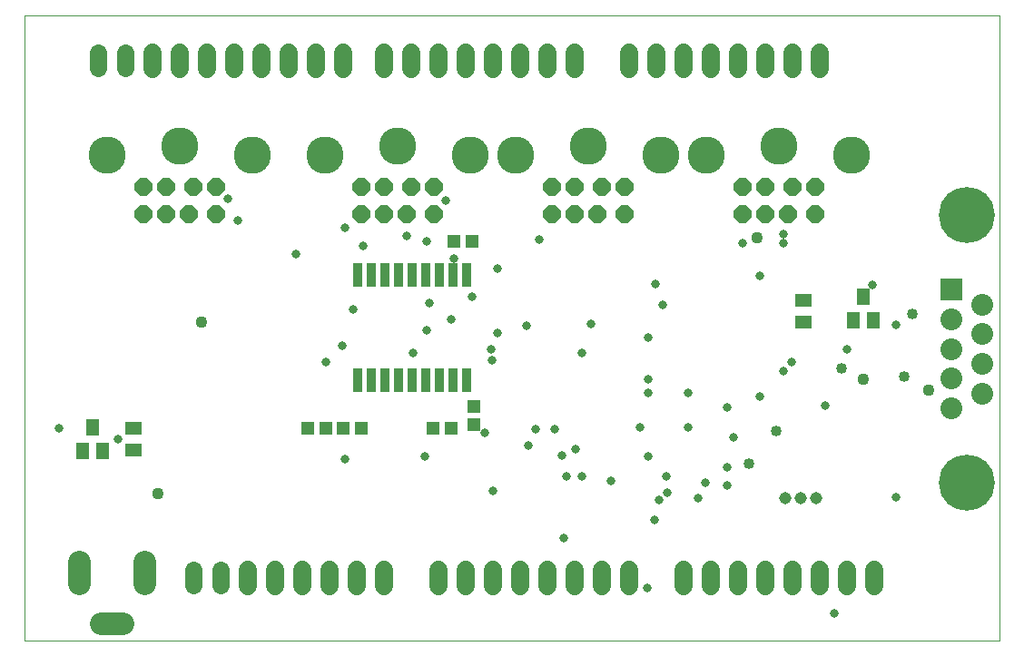
<source format=gbs>
G75*
%MOIN*%
%OFA0B0*%
%FSLAX25Y25*%
%IPPOS*%
%LPD*%
%AMOC8*
5,1,8,0,0,1.08239X$1,22.5*
%
%ADD10C,0.00000*%
%ADD11C,0.08474*%
%ADD12C,0.06506*%
%ADD13C,0.06200*%
%ADD14C,0.04500*%
%ADD15R,0.08000X0.08000*%
%ADD16C,0.08000*%
%ADD17C,0.20600*%
%ADD18R,0.04931X0.04537*%
%ADD19R,0.04537X0.04931*%
%ADD20R,0.03200X0.08600*%
%ADD21R,0.06112X0.04931*%
%ADD22R,0.04537X0.06112*%
%ADD23OC8,0.06506*%
%ADD24C,0.13694*%
%ADD25C,0.03300*%
%ADD26C,0.04362*%
%ADD27C,0.04000*%
D10*
X0062595Y0011650D02*
X0062595Y0241150D01*
X0420595Y0241150D01*
X0420595Y0011650D01*
X0062595Y0011650D01*
D11*
X0090658Y0017752D02*
X0098532Y0017752D01*
X0106800Y0032713D02*
X0106800Y0040587D01*
X0082784Y0040587D02*
X0082784Y0032713D01*
D12*
X0144595Y0031697D02*
X0144595Y0037603D01*
X0154595Y0037603D02*
X0154595Y0031697D01*
X0164595Y0031697D02*
X0164595Y0037603D01*
X0174595Y0037603D02*
X0174595Y0031697D01*
X0184595Y0031697D02*
X0184595Y0037603D01*
X0194595Y0037603D02*
X0194595Y0031697D01*
X0214595Y0031697D02*
X0214595Y0037603D01*
X0224595Y0037603D02*
X0224595Y0031697D01*
X0234595Y0031697D02*
X0234595Y0037603D01*
X0244595Y0037603D02*
X0244595Y0031697D01*
X0254595Y0031697D02*
X0254595Y0037603D01*
X0264595Y0037603D02*
X0264595Y0031697D01*
X0274595Y0031697D02*
X0274595Y0037603D01*
X0284595Y0037603D02*
X0284595Y0031697D01*
X0304595Y0031697D02*
X0304595Y0037603D01*
X0314595Y0037603D02*
X0314595Y0031697D01*
X0324595Y0031697D02*
X0324595Y0037603D01*
X0334595Y0037603D02*
X0334595Y0031697D01*
X0344595Y0031697D02*
X0344595Y0037603D01*
X0354595Y0037603D02*
X0354595Y0031697D01*
X0364595Y0031697D02*
X0364595Y0037603D01*
X0374595Y0037603D02*
X0374595Y0031697D01*
X0354595Y0221697D02*
X0354595Y0227603D01*
X0344595Y0227603D02*
X0344595Y0221697D01*
X0334595Y0221697D02*
X0334595Y0227603D01*
X0324595Y0227603D02*
X0324595Y0221697D01*
X0314595Y0221697D02*
X0314595Y0227603D01*
X0304595Y0227603D02*
X0304595Y0221697D01*
X0294595Y0221697D02*
X0294595Y0227603D01*
X0284595Y0227603D02*
X0284595Y0221697D01*
X0264595Y0221697D02*
X0264595Y0227603D01*
X0254595Y0227603D02*
X0254595Y0221697D01*
X0244595Y0221697D02*
X0244595Y0227603D01*
X0234595Y0227603D02*
X0234595Y0221697D01*
X0224595Y0221697D02*
X0224595Y0227603D01*
X0214595Y0227603D02*
X0214595Y0221697D01*
X0204595Y0221697D02*
X0204595Y0227603D01*
X0194595Y0227603D02*
X0194595Y0221697D01*
X0179595Y0221697D02*
X0179595Y0227603D01*
X0169595Y0227603D02*
X0169595Y0221697D01*
X0159595Y0221697D02*
X0159595Y0227603D01*
X0149595Y0227603D02*
X0149595Y0221697D01*
X0139595Y0221697D02*
X0139595Y0227603D01*
X0129595Y0227603D02*
X0129595Y0221697D01*
X0119595Y0221697D02*
X0119595Y0227603D01*
X0109595Y0227603D02*
X0109595Y0221697D01*
X0109595Y0227603D01*
D13*
X0099595Y0227450D02*
X0099595Y0221850D01*
X0089595Y0221850D02*
X0089595Y0227450D01*
X0124595Y0037450D02*
X0124595Y0031850D01*
X0134595Y0031850D02*
X0134595Y0037450D01*
D14*
X0342095Y0063850D03*
X0347795Y0063950D03*
X0353395Y0063950D03*
D15*
X0403005Y0140461D03*
D16*
X0414186Y0134989D03*
X0403005Y0129556D03*
X0414186Y0124083D03*
X0403005Y0118650D03*
X0414186Y0113217D03*
X0403005Y0107744D03*
X0414186Y0102311D03*
X0403005Y0096839D03*
D17*
X0408595Y0069437D03*
X0408595Y0167863D03*
D18*
X0226942Y0158150D03*
X0220249Y0158150D03*
X0219442Y0089650D03*
X0212749Y0089650D03*
X0186442Y0089650D03*
X0179749Y0089650D03*
X0173442Y0089650D03*
X0166749Y0089650D03*
D19*
X0227595Y0090804D03*
X0227595Y0097496D03*
D20*
X0225095Y0107350D03*
X0220095Y0107350D03*
X0215095Y0107350D03*
X0210095Y0107350D03*
X0205095Y0107350D03*
X0200095Y0107350D03*
X0195095Y0107350D03*
X0190095Y0107350D03*
X0185095Y0107350D03*
X0185095Y0145950D03*
X0190095Y0145950D03*
X0195095Y0145950D03*
X0200095Y0145950D03*
X0205095Y0145950D03*
X0210095Y0145950D03*
X0215095Y0145950D03*
X0220095Y0145950D03*
X0225095Y0145950D03*
D21*
X0348595Y0136587D03*
X0348595Y0128713D03*
X0102595Y0089587D03*
X0102595Y0081713D03*
D22*
X0091335Y0081319D03*
X0083855Y0081319D03*
X0087595Y0089981D03*
X0366855Y0129319D03*
X0374335Y0129319D03*
X0370595Y0137981D03*
D23*
X0352981Y0168343D03*
X0343138Y0168343D03*
X0334477Y0168343D03*
X0326209Y0168343D03*
X0326209Y0178185D03*
X0334477Y0178185D03*
X0344713Y0178185D03*
X0352981Y0178185D03*
X0282981Y0178185D03*
X0274713Y0178185D03*
X0264477Y0178185D03*
X0256209Y0178185D03*
X0256209Y0168343D03*
X0264477Y0168343D03*
X0273138Y0168343D03*
X0282981Y0168343D03*
X0212981Y0168343D03*
X0203138Y0168343D03*
X0194477Y0168343D03*
X0186209Y0168343D03*
X0186209Y0178185D03*
X0194477Y0178185D03*
X0204713Y0178185D03*
X0212981Y0178185D03*
X0132981Y0178185D03*
X0124713Y0178185D03*
X0114477Y0178185D03*
X0106209Y0178185D03*
X0106209Y0168343D03*
X0114477Y0168343D03*
X0123138Y0168343D03*
X0132981Y0168343D03*
D24*
X0146170Y0189996D03*
X0119595Y0193146D03*
X0093020Y0189996D03*
X0173020Y0189996D03*
X0199595Y0193146D03*
X0226170Y0189996D03*
X0243020Y0189996D03*
X0269595Y0193146D03*
X0296170Y0189996D03*
X0313020Y0189996D03*
X0339595Y0193146D03*
X0366170Y0189996D03*
D25*
X0341195Y0161050D03*
X0341195Y0157550D03*
X0326145Y0157550D03*
X0332795Y0145650D03*
X0297095Y0134800D03*
X0294295Y0142500D03*
X0270495Y0127800D03*
X0267345Y0117300D03*
X0247045Y0127100D03*
X0236195Y0124650D03*
X0234095Y0118700D03*
X0234445Y0114500D03*
X0219395Y0129550D03*
X0210295Y0125700D03*
X0205395Y0117300D03*
X0183345Y0133400D03*
X0179145Y0119750D03*
X0173195Y0113800D03*
X0211345Y0135500D03*
X0227095Y0137950D03*
X0236195Y0148100D03*
X0251595Y0158950D03*
X0220445Y0151950D03*
X0210295Y0158250D03*
X0202945Y0160350D03*
X0186845Y0156500D03*
X0180195Y0163150D03*
X0162345Y0153700D03*
X0140995Y0165950D03*
X0137145Y0174000D03*
X0217295Y0173300D03*
X0291495Y0122900D03*
X0291495Y0107500D03*
X0291495Y0102600D03*
X0306195Y0102600D03*
X0320545Y0097350D03*
X0332795Y0101200D03*
X0341195Y0110650D03*
X0344345Y0113800D03*
X0364595Y0118650D03*
X0382595Y0127650D03*
X0374095Y0142150D03*
X0356595Y0097900D03*
X0322995Y0086150D03*
X0320545Y0075300D03*
X0320545Y0068650D03*
X0312495Y0069700D03*
X0310045Y0063750D03*
X0298495Y0065850D03*
X0295695Y0063400D03*
X0293945Y0056050D03*
X0277845Y0070400D03*
X0267345Y0071800D03*
X0261745Y0071800D03*
X0259995Y0079500D03*
X0264895Y0081950D03*
X0257195Y0089300D03*
X0250195Y0089300D03*
X0247745Y0083350D03*
X0231645Y0087900D03*
X0209595Y0079150D03*
X0234795Y0066550D03*
X0260695Y0049400D03*
X0291145Y0030850D03*
X0298145Y0071800D03*
X0291495Y0079150D03*
X0288695Y0090000D03*
X0306195Y0090000D03*
X0382595Y0064150D03*
X0360095Y0021650D03*
X0180195Y0078100D03*
X0096895Y0085450D03*
X0075195Y0089650D03*
D26*
X0111595Y0065650D03*
X0127595Y0128650D03*
X0331595Y0159650D03*
X0370595Y0107650D03*
X0394595Y0103650D03*
D27*
X0385595Y0108650D03*
X0362595Y0111650D03*
X0388595Y0131650D03*
X0338595Y0088650D03*
X0328595Y0076650D03*
M02*

</source>
